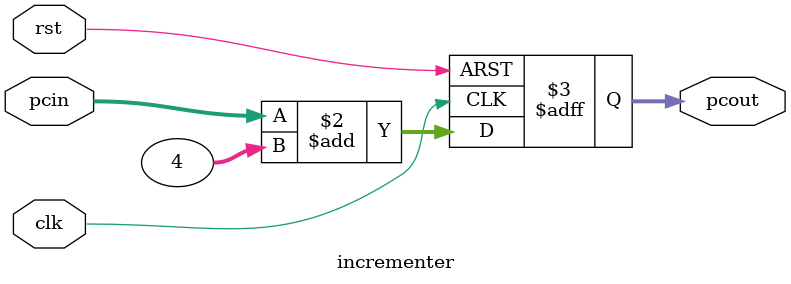
<source format=v>
module incrementer ( //(adder)
    input wire clk,
    input wire rst,
    input wire [31:0] pcin,
    output reg [31:0] pcout
);
    always @(posedge clk or posedge rst) begin
        if (rst)
            pcout <= 32'b0;
        else
            pcout <= pcin + 32'd4;
    end
endmodule

</source>
